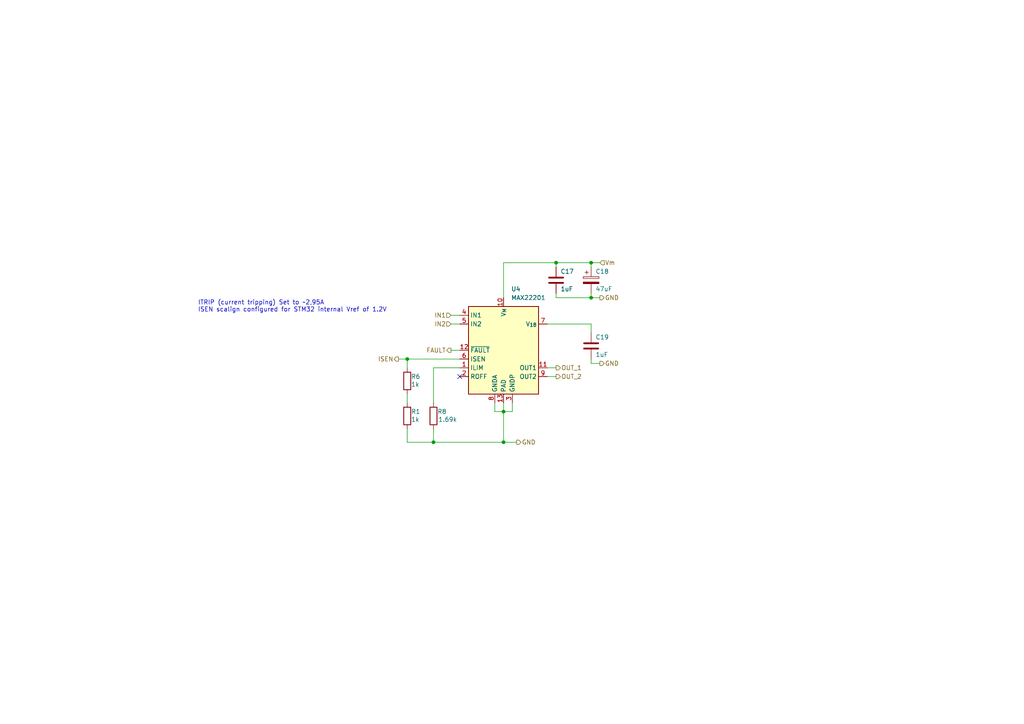
<source format=kicad_sch>
(kicad_sch (version 20231120) (generator "eeschema") (generator_version "8.0")
  (paper "A4")
  (lib_symbols
    (symbol "Device:C" (pin_numbers hide) (pin_names (offset 0.254))
      (property "Reference" "C" (at 0.635 2.54 0))
      (property "Value" "C" (at 0.635 -2.54 0))
      (symbol "C_0_1"
        (polyline (pts (xy -2.032 -0.762) (xy 2.032 -0.762)) (stroke (width 0.508)))
        (polyline (pts (xy -2.032 0.762) (xy 2.032 0.762)) (stroke (width 0.508)))
      )
      (symbol "C_1_1"
        (pin passive line (at 0 3.81 270) (length 2.794) (name "~") (number "1"))
        (pin passive line (at 0 -3.81 90) (length 2.794) (name "~") (number "2"))
      )
    )
    (symbol "Device:C_Polarized" (pin_numbers hide) (pin_names (offset 0.254))
      (property "Reference" "C" (at 0.635 2.54 0))
      (property "Value" "C_Polarized" (at 0.635 -2.54 0))
      (symbol "C_Polarized_0_1"
        (rectangle (start -2.286 0.508) (end 2.286 1.016))
        (polyline (pts (xy -1.778 2.286) (xy -0.762 2.286)))
        (polyline (pts (xy -1.27 2.794) (xy -1.27 1.778)))
        (rectangle (start 2.286 -0.508) (end -2.286 -1.016) (fill (type outline)))
      )
      (symbol "C_Polarized_1_1"
        (pin passive line (at 0 3.81 270) (length 2.794) (name "~") (number "1"))
        (pin passive line (at 0 -3.81 90) (length 2.794) (name "~") (number "2"))
      )
    )
    (symbol "Device:R" (pin_numbers hide) (pin_names (offset 0))
      (property "Reference" "R" (at 2.032 0 90))
      (property "Value" "R" (at 0 0 90))
      (symbol "R_0_1"
        (rectangle (start -1.016 -2.54) (end 1.016 2.54) (stroke (width 0.254)))
      )
      (symbol "R_1_1"
        (pin passive line (at 0 3.81 270) (length 1.27) (name "~") (number "1"))
        (pin passive line (at 0 -3.81 90) (length 1.27) (name "~") (number "2"))
      )
    )
    (symbol "Driver_Motor:MAX22201"
      (property "Reference" "U" (at 7.62 -13.97 0))
      (property "Value" "MAX22201" (at 0 5.08 0))
      (symbol "MAX22201_0_1"
        (rectangle (start -10.16 12.7) (end 10.16 -12.7) (stroke (width 0.254)) (fill (type background)))
      )
      (symbol "MAX22201_1_1"
        (pin input line (at -12.7 -5.08 0) (length 2.54) (name "ILIM") (number "1"))
        (pin power_in line (at 0 15.24 270) (length 2.54) (name "V_{M}") (number "10"))
        (pin output line (at 12.7 -5.08 180) (length 2.54) (name "OUT1") (number "11"))
        (pin open_collector line (at -12.7 0 0) (length 2.54) (name "~{FAULT}") (number "12"))
        (pin passive line (at 0 -15.24 90) (length 2.54) (name "PAD") (number "13"))
        (pin input line (at -12.7 -7.62 0) (length 2.54) (name "ROFF") (number "2"))
        (pin power_in line (at 2.54 -15.24 90) (length 2.54) (name "GNDP") (number "3"))
        (pin input line (at -12.7 10.16 0) (length 2.54) (name "IN1") (number "4"))
        (pin input line (at -12.7 7.62 0) (length 2.54) (name "IN2") (number "5"))
        (pin output line (at -12.7 -2.54 0) (length 2.54) (name "ISEN") (number "6"))
        (pin power_out line (at 12.7 7.62 180) (length 2.54) (name "V_{18}") (number "7"))
        (pin power_in line (at -2.54 -15.24 90) (length 2.54) (name "GNDA") (number "8"))
        (pin output line (at 12.7 -7.62 180) (length 2.54) (name "OUT2") (number "9"))
      )
    )
  )
  (junction (at 118.11 104.14))
  (junction (at 146.05 128.27))
  (junction (at 171.45 76.2))
  (junction (at 125.73 128.27))
  (junction (at 161.29 76.2))
  (junction (at 171.45 86.36))
  (junction (at 146.05 119.38))
  (no_connect (at 133.35 109.22))
  (wire (pts (xy 171.45 77.47) (xy 171.45 76.2)))
  (wire (pts (xy 161.29 76.2) (xy 161.29 77.47)))
  (wire (pts (xy 146.05 76.2) (xy 146.05 86.36)))
  (wire (pts (xy 125.73 128.27) (xy 118.11 128.27)))
  (wire (pts (xy 118.11 124.46) (xy 118.11 128.27)))
  (wire (pts (xy 125.73 128.27) (xy 146.05 128.27)))
  (wire (pts (xy 171.45 93.98) (xy 171.45 96.52)))
  (wire (pts (xy 171.45 86.36) (xy 161.29 86.36)))
  (wire (pts (xy 130.81 93.98) (xy 133.35 93.98)))
  (wire (pts (xy 146.05 119.38) (xy 148.59 119.38)))
  (wire (pts (xy 171.45 86.36) (xy 173.99 86.36)))
  (wire (pts (xy 146.05 116.84) (xy 146.05 119.38)))
  (wire (pts (xy 161.29 86.36) (xy 161.29 85.09)))
  (wire (pts (xy 143.51 116.84) (xy 143.51 119.38)))
  (wire (pts (xy 125.73 124.46) (xy 125.73 128.27)))
  (wire (pts (xy 171.45 76.2) (xy 173.99 76.2)))
  (wire (pts (xy 158.75 106.68) (xy 161.29 106.68)))
  (wire (pts (xy 149.86 128.27) (xy 146.05 128.27)))
  (wire (pts (xy 158.75 109.22) (xy 161.29 109.22)))
  (wire (pts (xy 146.05 119.38) (xy 146.05 128.27)))
  (wire (pts (xy 118.11 104.14) (xy 118.11 106.68)))
  (wire (pts (xy 143.51 119.38) (xy 146.05 119.38)))
  (wire (pts (xy 161.29 76.2) (xy 171.45 76.2)))
  (wire (pts (xy 118.11 114.3) (xy 118.11 116.84)))
  (wire (pts (xy 125.73 116.84) (xy 125.73 106.68)))
  (wire (pts (xy 171.45 105.41) (xy 173.99 105.41)))
  (wire (pts (xy 125.73 106.68) (xy 133.35 106.68)))
  (wire (pts (xy 171.45 85.09) (xy 171.45 86.36)))
  (wire (pts (xy 118.11 104.14) (xy 133.35 104.14)))
  (wire (pts (xy 115.57 104.14) (xy 118.11 104.14)))
  (wire (pts (xy 130.81 101.6) (xy 133.35 101.6)))
  (wire (pts (xy 158.75 93.98) (xy 171.45 93.98)))
  (wire (pts (xy 171.45 104.14) (xy 171.45 105.41)))
  (wire (pts (xy 148.59 116.84) (xy 148.59 119.38)))
  (wire (pts (xy 146.05 76.2) (xy 161.29 76.2)))
  (wire (pts (xy 130.81 91.44) (xy 133.35 91.44)))
  (text "ITRIP (current tripping) Set to ~2,95A\nISEN scalign configured for STM32 internal Vref of 1.2V" (at 57.404 88.9 0) (effects (font (size 1.27 1.27)) (justify left)))
  (hierarchical_label "GND" (shape output) (at 173.99 105.41 0))
  (hierarchical_label "FAULT" (shape output) (at 130.81 101.6 180))
  (hierarchical_label "ISEN" (shape output) (at 115.57 104.14 180))
  (hierarchical_label "GND" (shape output) (at 149.86 128.27 0))
  (hierarchical_label "OUT_2" (shape output) (at 161.29 109.22 0))
  (hierarchical_label "IN2" (shape input) (at 130.81 93.98 180))
  (hierarchical_label "OUT_1" (shape output) (at 161.29 106.68 0))
  (hierarchical_label "Vm" (shape input) (at 173.99 76.2 0))
  (hierarchical_label "IN1" (shape input) (at 130.81 91.44 180))
  (hierarchical_label "GND" (shape output) (at 173.99 86.36 0))
  (symbol (lib_id "Device:R") (at 118.11 110.49 180) (unit 1)
    (property "Reference" "R6" (at 121.92 109.22 0) (effects (justify left)))
    (property "Value" "1k" (at 121.666 111.506 0) (effects (justify left)))
    (property "Footprint" "Resistor_SMD:R_0603_1608Metric" (effects (hide yes)))
  )
  (symbol (lib_id "Device:R") (at 125.73 120.65 180) (unit 1)
    (property "Reference" "R8" (at 129.54 119.38 0) (effects (justify left)))
    (property "Value" "1.69k" (at 132.588 121.666 0) (effects (justify left)))
    (property "Footprint" "Resistor_SMD:R_0603_1608Metric" (effects (hide yes)))
  )
  (symbol (lib_id "Device:R") (at 118.11 120.65 180) (unit 1)
    (property "Reference" "R1" (at 121.92 119.38 0) (effects (justify left)))
    (property "Value" "1k" (at 121.666 121.666 0) (effects (justify left)))
    (property "Footprint" "Resistor_SMD:R_0603_1608Metric" (effects (hide yes)))
  )
  (symbol (lib_id "Device:C") (at 171.45 100.33 0) (unit 1)
    (property "Reference" "C19" (at 172.72 97.79 0) (effects (justify left)))
    (property "Value" "1uF" (at 172.72 102.87 0) (effects (justify left)))
    (property "Footprint" "Capacitor_SMD:C_0603_1608Metric" (effects (hide yes)))
    (property "Voltage" "50V" (effects (hide yes)))
  )
  (symbol (lib_id "Device:C") (at 161.29 81.28 0) (unit 1)
    (property "Reference" "C17" (at 162.56 78.74 0) (effects (justify left)))
    (property "Value" "1uF" (at 162.56 83.82 0) (effects (justify left)))
    (property "Footprint" "Capacitor_SMD:C_0603_1608Metric" (effects (hide yes)))
    (property "Voltage" "50V" (effects (hide yes)))
  )
  (symbol (lib_id "Driver_Motor:MAX22201") (at 146.05 101.6 0) (unit 1)
    (property "Reference" "U4" (at 148.2441 83.82 0) (effects (justify left)))
    (property "Value" "MAX22201" (at 148.2441 86.36 0) (effects (justify left)))
    (property "Footprint" "Package_DFN_QFN:Maxim_TDFN-12-1EP_3x3mm_P0.5mm_EP1.7x2.5mm_ThermalVias" (effects (hide yes)))
    (property "Datasheet" "https://www.analog.com/media/en/technical-documentation/data-sheets/max22201-max22207.pdf" (effects (hide yes)))
    (property "Description" "36V, 3.5A Brushed Motor Driver with Integrated Current Sense and Configurable Off Time, 12-TDFN" (effects (hide yes)))
  )
  (symbol (lib_id "Device:C_Polarized") (at 171.45 81.28 0) (unit 1)
    (property "Reference" "C18" (at 172.72 78.74 0) (effects (justify left)))
    (property "Value" "47uF" (at 172.72 83.82 0) (effects (justify left)))
    (property "Footprint" "Capacitor_SMD:CP_Elec_6.3x7.7" (effects (hide yes)))
    (property "Datasheet" "https://www.we-online.com/katalog/datasheet/865080645012.pdf" (effects (hide yes)))
    (property "Voltage" "50V" (effects (hide yes)))
    (property "MPN" "865080645012" (effects (hide yes)))
  )
)
</source>
